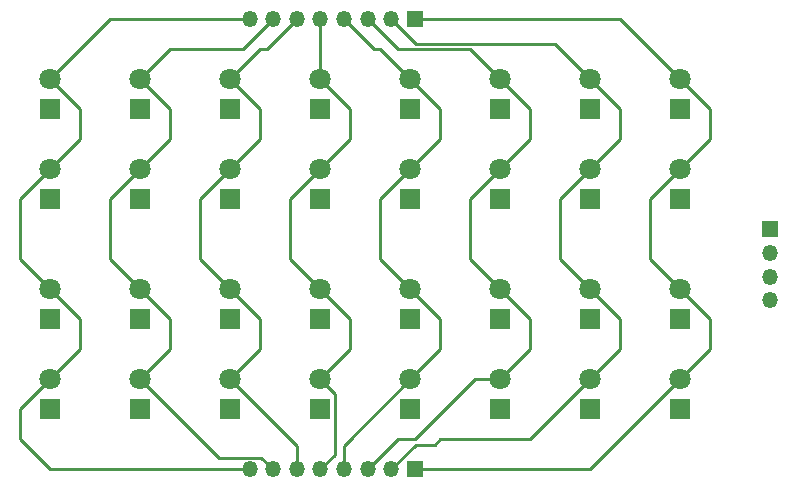
<source format=gtl>
%TF.GenerationSoftware,KiCad,Pcbnew,7.0.8*%
%TF.CreationDate,2023-10-10T01:18:49-07:00*%
%TF.ProjectId,htpm_control_module_status,6874706d-5f63-46f6-9e74-726f6c5f6d6f,1*%
%TF.SameCoordinates,Original*%
%TF.FileFunction,Copper,L1,Top*%
%TF.FilePolarity,Positive*%
%FSLAX46Y46*%
G04 Gerber Fmt 4.6, Leading zero omitted, Abs format (unit mm)*
G04 Created by KiCad (PCBNEW 7.0.8) date 2023-10-10 01:18:49*
%MOMM*%
%LPD*%
G01*
G04 APERTURE LIST*
%TA.AperFunction,ComponentPad*%
%ADD10R,1.800000X1.800000*%
%TD*%
%TA.AperFunction,ComponentPad*%
%ADD11C,1.800000*%
%TD*%
%TA.AperFunction,ComponentPad*%
%ADD12R,1.350000X1.350000*%
%TD*%
%TA.AperFunction,ComponentPad*%
%ADD13O,1.350000X1.350000*%
%TD*%
%TA.AperFunction,Conductor*%
%ADD14C,0.250000*%
%TD*%
G04 APERTURE END LIST*
D10*
%TO.P,D10,1,K*%
%TO.N,Net-(D10-K)*%
X119380000Y-86360000D03*
D11*
%TO.P,D10,2,A*%
%TO.N,Net-(D10-A)*%
X119380000Y-83820000D03*
%TD*%
D10*
%TO.P,D14,1,K*%
%TO.N,Net-(D10-K)*%
X149860000Y-86360000D03*
D11*
%TO.P,D14,2,A*%
%TO.N,Net-(D14-A)*%
X149860000Y-83820000D03*
%TD*%
D10*
%TO.P,D2,1,K*%
%TO.N,Net-(D1-K)*%
X119380000Y-78740000D03*
D11*
%TO.P,D2,2,A*%
%TO.N,Net-(D10-A)*%
X119380000Y-76200000D03*
%TD*%
D10*
%TO.P,D30,1,K*%
%TO.N,Net-(D25-K)*%
X149860000Y-104140000D03*
D11*
%TO.P,D30,2,A*%
%TO.N,Net-(D14-A)*%
X149860000Y-101600000D03*
%TD*%
D10*
%TO.P,D26,1,K*%
%TO.N,Net-(D25-K)*%
X119380000Y-104140000D03*
D11*
%TO.P,D26,2,A*%
%TO.N,Net-(D10-A)*%
X119380000Y-101600000D03*
%TD*%
D10*
%TO.P,D32,1,K*%
%TO.N,Net-(D25-K)*%
X165100000Y-104140000D03*
D11*
%TO.P,D32,2,A*%
%TO.N,Net-(D16-A)*%
X165100000Y-101600000D03*
%TD*%
D12*
%TO.P,J3,1,Pin_1*%
%TO.N,Net-(D16-A)*%
X142620000Y-109220000D03*
D13*
%TO.P,J3,2,Pin_2*%
%TO.N,Net-(D15-A)*%
X140620000Y-109220000D03*
%TO.P,J3,3,Pin_3*%
%TO.N,Net-(D14-A)*%
X138620000Y-109220000D03*
%TO.P,J3,4,Pin_4*%
%TO.N,Net-(D13-A)*%
X136620000Y-109220000D03*
%TO.P,J3,5,Pin_5*%
%TO.N,Net-(D12-A)*%
X134620000Y-109220000D03*
%TO.P,J3,6,Pin_6*%
%TO.N,Net-(D11-A)*%
X132620000Y-109220000D03*
%TO.P,J3,7,Pin_7*%
%TO.N,Net-(D10-A)*%
X130620000Y-109220000D03*
%TO.P,J3,8,Pin_8*%
%TO.N,Net-(D1-A)*%
X128620000Y-109220000D03*
%TD*%
D10*
%TO.P,D20,1,K*%
%TO.N,Net-(D17-K)*%
X134620000Y-96520000D03*
D11*
%TO.P,D20,2,A*%
%TO.N,Net-(D12-A)*%
X134620000Y-93980000D03*
%TD*%
D10*
%TO.P,D25,1,K*%
%TO.N,Net-(D25-K)*%
X111760000Y-104140000D03*
D11*
%TO.P,D25,2,A*%
%TO.N,Net-(D1-A)*%
X111760000Y-101600000D03*
%TD*%
D10*
%TO.P,D27,1,K*%
%TO.N,Net-(D25-K)*%
X127000000Y-104140000D03*
D11*
%TO.P,D27,2,A*%
%TO.N,Net-(D11-A)*%
X127000000Y-101600000D03*
%TD*%
D12*
%TO.P,J1,1,Pin_1*%
%TO.N,Net-(D16-A)*%
X142620000Y-71120000D03*
D13*
%TO.P,J1,2,Pin_2*%
%TO.N,Net-(D15-A)*%
X140620000Y-71120000D03*
%TO.P,J1,3,Pin_3*%
%TO.N,Net-(D14-A)*%
X138620000Y-71120000D03*
%TO.P,J1,4,Pin_4*%
%TO.N,Net-(D13-A)*%
X136620000Y-71120000D03*
%TO.P,J1,5,Pin_5*%
%TO.N,Net-(D12-A)*%
X134620000Y-71120000D03*
%TO.P,J1,6,Pin_6*%
%TO.N,Net-(D11-A)*%
X132620000Y-71120000D03*
%TO.P,J1,7,Pin_7*%
%TO.N,Net-(D10-A)*%
X130620000Y-71120000D03*
%TO.P,J1,8,Pin_8*%
%TO.N,Net-(D1-A)*%
X128620000Y-71120000D03*
%TD*%
D10*
%TO.P,D9,1,K*%
%TO.N,Net-(D10-K)*%
X111760000Y-86360000D03*
D11*
%TO.P,D9,2,A*%
%TO.N,Net-(D1-A)*%
X111760000Y-83820000D03*
%TD*%
D10*
%TO.P,D16,1,K*%
%TO.N,Net-(D10-K)*%
X165100000Y-86360000D03*
D11*
%TO.P,D16,2,A*%
%TO.N,Net-(D16-A)*%
X165100000Y-83820000D03*
%TD*%
D10*
%TO.P,D5,1,K*%
%TO.N,Net-(D1-K)*%
X142240000Y-78740000D03*
D11*
%TO.P,D5,2,A*%
%TO.N,Net-(D13-A)*%
X142240000Y-76200000D03*
%TD*%
D10*
%TO.P,D12,1,K*%
%TO.N,Net-(D10-K)*%
X134620000Y-86360000D03*
D11*
%TO.P,D12,2,A*%
%TO.N,Net-(D12-A)*%
X134620000Y-83820000D03*
%TD*%
D10*
%TO.P,D23,1,K*%
%TO.N,Net-(D17-K)*%
X157480000Y-96520000D03*
D11*
%TO.P,D23,2,A*%
%TO.N,Net-(D15-A)*%
X157480000Y-93980000D03*
%TD*%
D10*
%TO.P,D6,1,K*%
%TO.N,Net-(D1-K)*%
X149860000Y-78740000D03*
D11*
%TO.P,D6,2,A*%
%TO.N,Net-(D14-A)*%
X149860000Y-76200000D03*
%TD*%
D10*
%TO.P,D28,1,K*%
%TO.N,Net-(D25-K)*%
X134620000Y-104140000D03*
D11*
%TO.P,D28,2,A*%
%TO.N,Net-(D12-A)*%
X134620000Y-101600000D03*
%TD*%
D10*
%TO.P,D22,1,K*%
%TO.N,Net-(D17-K)*%
X149860000Y-96520000D03*
D11*
%TO.P,D22,2,A*%
%TO.N,Net-(D14-A)*%
X149860000Y-93980000D03*
%TD*%
D10*
%TO.P,D24,1,K*%
%TO.N,Net-(D17-K)*%
X165100000Y-96520000D03*
D11*
%TO.P,D24,2,A*%
%TO.N,Net-(D16-A)*%
X165100000Y-93980000D03*
%TD*%
D10*
%TO.P,D17,1,K*%
%TO.N,Net-(D17-K)*%
X111760000Y-96520000D03*
D11*
%TO.P,D17,2,A*%
%TO.N,Net-(D1-A)*%
X111760000Y-93980000D03*
%TD*%
D10*
%TO.P,D8,1,K*%
%TO.N,Net-(D1-K)*%
X165100000Y-78740000D03*
D11*
%TO.P,D8,2,A*%
%TO.N,Net-(D16-A)*%
X165100000Y-76200000D03*
%TD*%
D10*
%TO.P,D13,1,K*%
%TO.N,Net-(D10-K)*%
X142240000Y-86360000D03*
D11*
%TO.P,D13,2,A*%
%TO.N,Net-(D13-A)*%
X142240000Y-83820000D03*
%TD*%
D12*
%TO.P,J2,1,Pin_1*%
%TO.N,Net-(D1-K)*%
X172720000Y-88900000D03*
D13*
%TO.P,J2,2,Pin_2*%
%TO.N,Net-(D10-K)*%
X172720000Y-90900000D03*
%TO.P,J2,3,Pin_3*%
%TO.N,Net-(D17-K)*%
X172720000Y-92900000D03*
%TO.P,J2,4,Pin_4*%
%TO.N,Net-(D25-K)*%
X172720000Y-94900000D03*
%TD*%
D10*
%TO.P,D11,1,K*%
%TO.N,Net-(D10-K)*%
X127000000Y-86360000D03*
D11*
%TO.P,D11,2,A*%
%TO.N,Net-(D11-A)*%
X127000000Y-83820000D03*
%TD*%
D10*
%TO.P,D31,1,K*%
%TO.N,Net-(D25-K)*%
X157480000Y-104140000D03*
D11*
%TO.P,D31,2,A*%
%TO.N,Net-(D15-A)*%
X157480000Y-101600000D03*
%TD*%
D10*
%TO.P,D1,1,K*%
%TO.N,Net-(D1-K)*%
X111760000Y-78740000D03*
D11*
%TO.P,D1,2,A*%
%TO.N,Net-(D1-A)*%
X111760000Y-76200000D03*
%TD*%
D10*
%TO.P,D4,1,K*%
%TO.N,Net-(D1-K)*%
X134620000Y-78740000D03*
D11*
%TO.P,D4,2,A*%
%TO.N,Net-(D12-A)*%
X134620000Y-76200000D03*
%TD*%
D10*
%TO.P,D7,1,K*%
%TO.N,Net-(D1-K)*%
X157480000Y-78740000D03*
D11*
%TO.P,D7,2,A*%
%TO.N,Net-(D15-A)*%
X157480000Y-76200000D03*
%TD*%
D10*
%TO.P,D19,1,K*%
%TO.N,Net-(D17-K)*%
X127000000Y-96520000D03*
D11*
%TO.P,D19,2,A*%
%TO.N,Net-(D11-A)*%
X127000000Y-93980000D03*
%TD*%
D10*
%TO.P,D3,1,K*%
%TO.N,Net-(D1-K)*%
X127000000Y-78740000D03*
D11*
%TO.P,D3,2,A*%
%TO.N,Net-(D11-A)*%
X127000000Y-76200000D03*
%TD*%
D10*
%TO.P,D15,1,K*%
%TO.N,Net-(D10-K)*%
X157480000Y-86360000D03*
D11*
%TO.P,D15,2,A*%
%TO.N,Net-(D15-A)*%
X157480000Y-83820000D03*
%TD*%
D10*
%TO.P,D29,1,K*%
%TO.N,Net-(D25-K)*%
X142240000Y-104140000D03*
D11*
%TO.P,D29,2,A*%
%TO.N,Net-(D13-A)*%
X142240000Y-101600000D03*
%TD*%
D10*
%TO.P,D21,1,K*%
%TO.N,Net-(D17-K)*%
X142240000Y-96520000D03*
D11*
%TO.P,D21,2,A*%
%TO.N,Net-(D13-A)*%
X142240000Y-93980000D03*
%TD*%
D10*
%TO.P,D18,1,K*%
%TO.N,Net-(D17-K)*%
X119380000Y-96520000D03*
D11*
%TO.P,D18,2,A*%
%TO.N,Net-(D10-A)*%
X119380000Y-93980000D03*
%TD*%
D14*
%TO.N,Net-(D1-A)*%
X114300000Y-81280000D02*
X111760000Y-83820000D01*
X116840000Y-71120000D02*
X128620000Y-71120000D01*
X111760000Y-93980000D02*
X114300000Y-96520000D01*
X109220000Y-106680000D02*
X111760000Y-109220000D01*
X111760000Y-76200000D02*
X114300000Y-78740000D01*
X109220000Y-91440000D02*
X111760000Y-93980000D01*
X109220000Y-104140000D02*
X109220000Y-106680000D01*
X109220000Y-86360000D02*
X109220000Y-91440000D01*
X111760000Y-83820000D02*
X109220000Y-86360000D01*
X114300000Y-96520000D02*
X114300000Y-99060000D01*
X114300000Y-78740000D02*
X114300000Y-81280000D01*
X114300000Y-99060000D02*
X111760000Y-101600000D01*
X111760000Y-109220000D02*
X128620000Y-109220000D01*
X111760000Y-76200000D02*
X116840000Y-71120000D01*
X111760000Y-101600000D02*
X109220000Y-104140000D01*
%TO.N,Net-(D10-A)*%
X126004922Y-108224922D02*
X129624922Y-108224922D01*
X119380000Y-93980000D02*
X121920000Y-96520000D01*
X129624922Y-108224922D02*
X130620000Y-109220000D01*
X116840000Y-86360000D02*
X116840000Y-91440000D01*
X116840000Y-91440000D02*
X119380000Y-93980000D01*
X119380000Y-101600000D02*
X126004922Y-108224922D01*
X121920000Y-81280000D02*
X119380000Y-83820000D01*
X121920000Y-78740000D02*
X121920000Y-81280000D01*
X121920000Y-99060000D02*
X119380000Y-101600000D01*
X119380000Y-83820000D02*
X116840000Y-86360000D01*
X119380000Y-76200000D02*
X121920000Y-78740000D01*
X121920000Y-96520000D02*
X121920000Y-99060000D01*
X119380000Y-76200000D02*
X121920000Y-73660000D01*
X128080000Y-73660000D02*
X130620000Y-71120000D01*
X121920000Y-73660000D02*
X128080000Y-73660000D01*
%TO.N,Net-(D11-A)*%
X129540000Y-78740000D02*
X129540000Y-81280000D01*
X130080000Y-73660000D02*
X132620000Y-71120000D01*
X124460000Y-91440000D02*
X127000000Y-93980000D01*
X129540000Y-99060000D02*
X127000000Y-101600000D01*
X127000000Y-101600000D02*
X132620000Y-107220000D01*
X124460000Y-86360000D02*
X124460000Y-91440000D01*
X132620000Y-107220000D02*
X132620000Y-109220000D01*
X127000000Y-93980000D02*
X129540000Y-96520000D01*
X127000000Y-76200000D02*
X129540000Y-73660000D01*
X127000000Y-83820000D02*
X124460000Y-86360000D01*
X129540000Y-81280000D02*
X127000000Y-83820000D01*
X129540000Y-73660000D02*
X130080000Y-73660000D01*
X129540000Y-96520000D02*
X129540000Y-99060000D01*
X127000000Y-76200000D02*
X129540000Y-78740000D01*
%TO.N,Net-(D12-A)*%
X134620000Y-76200000D02*
X134620000Y-71120000D01*
X135845000Y-102825000D02*
X135845000Y-107995000D01*
X132080000Y-91440000D02*
X134620000Y-93980000D01*
X134620000Y-83820000D02*
X132080000Y-86360000D01*
X137160000Y-78740000D02*
X137160000Y-81280000D01*
X134620000Y-101600000D02*
X135845000Y-102825000D01*
X135845000Y-107995000D02*
X134620000Y-109220000D01*
X137160000Y-99060000D02*
X134620000Y-101600000D01*
X137160000Y-96520000D02*
X137160000Y-99060000D01*
X134620000Y-76200000D02*
X137160000Y-78740000D01*
X137160000Y-81280000D02*
X134620000Y-83820000D01*
X134620000Y-93980000D02*
X137160000Y-96520000D01*
X132080000Y-86360000D02*
X132080000Y-91440000D01*
%TO.N,Net-(D13-A)*%
X144780000Y-78740000D02*
X144780000Y-81280000D01*
X139700000Y-73660000D02*
X139160000Y-73660000D01*
X142240000Y-76200000D02*
X139700000Y-73660000D01*
X144780000Y-81280000D02*
X142240000Y-83820000D01*
X139160000Y-73660000D02*
X136620000Y-71120000D01*
X136620000Y-107220000D02*
X136620000Y-109220000D01*
X142240000Y-93980000D02*
X144780000Y-96520000D01*
X144780000Y-99060000D02*
X142240000Y-101600000D01*
X144780000Y-96520000D02*
X144780000Y-99060000D01*
X139700000Y-91440000D02*
X142240000Y-93980000D01*
X142240000Y-101600000D02*
X136620000Y-107220000D01*
X139700000Y-86360000D02*
X139700000Y-91440000D01*
X142240000Y-76200000D02*
X144780000Y-78740000D01*
X142240000Y-83820000D02*
X139700000Y-86360000D01*
%TO.N,Net-(D14-A)*%
X147320000Y-86360000D02*
X147320000Y-91440000D01*
X149860000Y-76200000D02*
X152400000Y-78740000D01*
X141160000Y-73660000D02*
X138620000Y-71120000D01*
X149860000Y-83820000D02*
X147320000Y-86360000D01*
X149860000Y-101600000D02*
X147662316Y-101600000D01*
X147662316Y-101600000D02*
X142582316Y-106680000D01*
X149860000Y-76200000D02*
X147320000Y-73660000D01*
X152400000Y-99060000D02*
X149860000Y-101600000D01*
X149860000Y-93980000D02*
X152400000Y-96520000D01*
X152400000Y-81280000D02*
X149860000Y-83820000D01*
X152400000Y-78740000D02*
X152400000Y-81280000D01*
X147320000Y-91440000D02*
X149860000Y-93980000D01*
X152400000Y-96520000D02*
X152400000Y-99060000D01*
X142582316Y-106680000D02*
X141160000Y-106680000D01*
X147320000Y-73660000D02*
X141160000Y-73660000D01*
X141160000Y-106680000D02*
X138620000Y-109220000D01*
%TO.N,Net-(D15-A)*%
X157480000Y-76200000D02*
X160020000Y-78740000D01*
X142710000Y-107130000D02*
X140620000Y-109220000D01*
X160020000Y-81280000D02*
X157480000Y-83820000D01*
X160020000Y-99060000D02*
X157480000Y-101600000D01*
X144330000Y-107130000D02*
X142710000Y-107130000D01*
X152400000Y-106680000D02*
X144780000Y-106680000D01*
X157480000Y-76200000D02*
X154490000Y-73210000D01*
X157480000Y-101600000D02*
X152400000Y-106680000D01*
X142710000Y-73210000D02*
X140620000Y-71120000D01*
X154940000Y-91440000D02*
X157480000Y-93980000D01*
X144780000Y-106680000D02*
X144330000Y-107130000D01*
X154940000Y-86360000D02*
X154940000Y-91440000D01*
X154490000Y-73210000D02*
X142710000Y-73210000D01*
X160020000Y-96520000D02*
X160020000Y-99060000D01*
X157480000Y-93980000D02*
X160020000Y-96520000D01*
X157480000Y-83820000D02*
X154940000Y-86360000D01*
X160020000Y-78740000D02*
X160020000Y-81280000D01*
%TO.N,Net-(D16-A)*%
X162560000Y-91440000D02*
X165100000Y-93980000D01*
X167640000Y-78740000D02*
X167640000Y-81280000D01*
X157480000Y-109220000D02*
X142620000Y-109220000D01*
X165100000Y-83820000D02*
X162560000Y-86360000D01*
X165100000Y-76200000D02*
X160020000Y-71120000D01*
X165100000Y-93980000D02*
X167640000Y-96520000D01*
X167640000Y-96520000D02*
X167640000Y-99060000D01*
X162560000Y-86360000D02*
X162560000Y-91440000D01*
X160020000Y-71120000D02*
X142620000Y-71120000D01*
X165100000Y-76200000D02*
X167640000Y-78740000D01*
X167640000Y-81280000D02*
X165100000Y-83820000D01*
X167640000Y-99060000D02*
X165100000Y-101600000D01*
X165100000Y-101600000D02*
X157480000Y-109220000D01*
%TD*%
M02*

</source>
